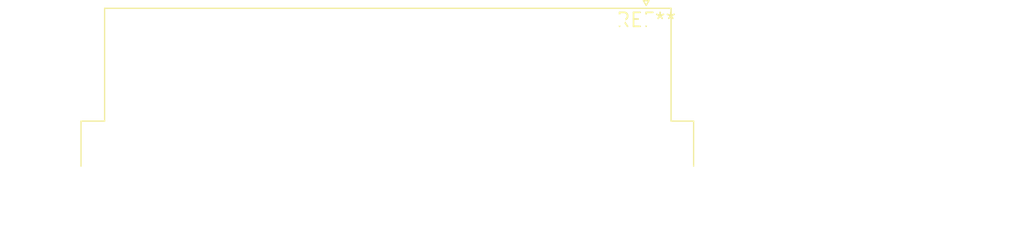
<source format=kicad_pcb>
(kicad_pcb (version 20240108) (generator pcbnew)
  (layers (0 "F.Cu" signal) (31 "B.Cu" signal) (34 "B.Paste" user) (35 "F.Paste" user) (36 "B.SilkS" user "B.Silkscreen") (37 "F.SilkS" user "F.Silkscreen") (38 "B.Mask" user) (39 "F.Mask" user) (44 "Edge.Cuts" user))
  (net 0 "")
  (footprint "DSUB-62-HD_Female_Horizontal_P2.41x1.98mm_EdgePinOffset9.40mm" (layer "F.Cu") (at 0 0)
    (property "Reference" "REF**")
    (property "Value" "DSUB-62-HD_Female_Horizontal_P2.41x1.98mm_EdgePinOffset9.40mm")
    (fp_line (start -51.405 9.2) (end -49.26 9.2) (layer "F.SilkS") (stroke (width 0.12)))
    (fp_line (start -51.405 13.3) (end -51.405 9.2) (layer "F.SilkS") (stroke (width 0.12)))
    (fp_line (start -49.26 -1.06) (end 2.265 -1.06) (layer "F.SilkS") (stroke (width 0.12)))
    (fp_line (start -49.26 9.2) (end -49.26 -1.06) (layer "F.SilkS") (stroke (width 0.12)))
    (fp_line (start -0.25 -1.754338) (end 0.25 -1.754338) (layer "F.SilkS") (stroke (width 0.12)))
    (fp_line (start 0 -1.321325) (end -0.25 -1.754338) (layer "F.SilkS") (stroke (width 0.12)))
    (fp_line (start 0.25 -1.754338) (end 0 -1.321325) (layer "F.SilkS") (stroke (width 0.12)))
    (fp_line (start 2.265 -1.06) (end 2.265 9.2) (layer "F.SilkS") (stroke (width 0.12)))
    (fp_line (start 2.265 9.2) (end 4.315 9.2) (layer "F.SilkS") (stroke (width 0.12)))
    (fp_line (start 4.315 9.2) (end 4.315 13.3) (layer "F.SilkS") (stroke (width 0.12)))
    (pad "1" thru_hole rect (at 0 0) (size 1.6 1.6) (drill 1) (layers *.Cu *.Mask) (remove_unused_layers))
    (pad "2" thru_hole circle (at -2.41 0) (size 1.6 1.6) (drill 1) (layers *.Cu *.Mask) (remove_unused_layers))
    (pad "3" thru_hole circle (at -4.82 0) (size 1.6 1.6) (drill 1) (layers *.Cu *.Mask) (remove_unused_layers))
    (pad "4" thru_hole circle (at -7.23 0) (size 1.6 1.6) (drill 1) (layers *.Cu *.Mask) (remove_unused_layers))
    (pad "5" thru_hole circle (at -9.64 0) (size 1.6 1.6) (drill 1) (layers *.Cu *.Mask) (remove_unused_layers))
    (pad "6" thru_hole circle (at -12.05 0) (size 1.6 1.6) (drill 1) (layers *.Cu *.Mask) (remove_unused_layers))
    (pad "7" thru_hole circle (at -14.46 0) (size 1.6 1.6) (drill 1) (layers *.Cu *.Mask) (remove_unused_layers))
    (pad "8" thru_hole circle (at -16.87 0) (size 1.6 1.6) (drill 1) (layers *.Cu *.Mask) (remove_unused_layers))
    (pad "9" thru_hole circle (at -19.28 0) (size 1.6 1.6) (drill 1) (layers *.Cu *.Mask) (remove_unused_layers))
    (pad "10" thru_hole circle (at -21.69 0) (size 1.6 1.6) (drill 1) (layers *.Cu *.Mask) (remove_unused_layers))
    (pad "11" thru_hole circle (at -24.1 0) (size 1.6 1.6) (drill 1) (layers *.Cu *.Mask) (remove_unused_layers))
    (pad "12" thru_hole circle (at -26.51 0) (size 1.6 1.6) (drill 1) (layers *.Cu *.Mask) (remove_unused_layers))
    (pad "13" thru_hole circle (at -28.92 0) (size 1.6 1.6) (drill 1) (layers *.Cu *.Mask) (remove_unused_layers))
    (pad "14" thru_hole circle (at -31.33 0) (size 1.6 1.6) (drill 1) (layers *.Cu *.Mask) (remove_unused_layers))
    (pad "15" thru_hole circle (at -33.74 0) (size 1.6 1.6) (drill 1) (layers *.Cu *.Mask) (remove_unused_layers))
    (pad "16" thru_hole circle (at -36.15 0) (size 1.6 1.6) (drill 1) (layers *.Cu *.Mask) (remove_unused_layers))
    (pad "17" thru_hole circle (at -38.56 0) (size 1.6 1.6) (drill 1) (layers *.Cu *.Mask) (remove_unused_layers))
    (pad "18" thru_hole circle (at -40.97 0) (size 1.6 1.6) (drill 1) (layers *.Cu *.Mask) (remove_unused_layers))
    (pad "19" thru_hole circle (at -43.38 0) (size 1.6 1.6) (drill 1) (layers *.Cu *.Mask) (remove_unused_layers))
    (pad "20" thru_hole circle (at -45.79 0) (size 1.6 1.6) (drill 1) (layers *.Cu *.Mask) (remove_unused_layers))
    (pad "21" thru_hole circle (at -48.2 0) (size 1.6 1.6) (drill 1) (layers *.Cu *.Mask) (remove_unused_layers))
    (pad "22" thru_hole circle (at 1.205 1.98) (size 1.6 1.6) (drill 1) (layers *.Cu *.Mask) (remove_unused_layers))
    (pad "23" thru_hole circle (at -1.205 1.98) (size 1.6 1.6) (drill 1) (layers *.Cu *.Mask) (remove_unused_layers))
    (pad "24" thru_hole circle (at -3.615 1.98) (size 1.6 1.6) (drill 1) (layers *.Cu *.Mask) (remove_unused_layers))
    (pad "25" thru_hole circle (at -6.025 1.98) (size 1.6 1.6) (drill 1) (layers *.Cu *.Mask) (remove_unused_layers))
    (pad "26" thru_hole circle (at -8.435 1.98) (size 1.6 1.6) (drill 1) (layers *.Cu *.Mask) (remove_unused_layers))
    (pad "27" thru_hole circle (at -10.845 1.98) (size 1.6 1.6) (drill 1) (layers *.Cu *.Mask) (remove_unused_layers))
    (pad "28" thru_hole circle (at -13.255 1.98) (size 1.6 1.6) (drill 1) (layers *.Cu *.Mask) (remove_unused_layers))
    (pad "29" thru_hole circle (at -15.665 1.98) (size 1.6 1.6) (drill 1) (layers *.Cu *.Mask) (remove_unused_layers))
    (pad "30" thru_hole circle (at -18.075 1.98) (size 1.6 1.6) (drill 1) (layers *.Cu *.Mask) (remove_unused_layers))
    (pad "31" thru_hole circle (at -20.485 1.98) (size 1.6 1.6) (drill 1) (layers *.Cu *.Mask) (remove_unused_layers))
    (pad "32" thru_hole circle (at -22.895 1.98) (size 1.6 1.6) (drill 1) (layers *.Cu *.Mask) (remove_unused_layers))
    (pad "33" thru_hole circle (at -25.305 1.98) (size 1.6 1.6) (drill 1) (layers *.Cu *.Mask) (remove_unused_layers))
    (pad "34" thru_hole circle (at -27.715 1.98) (size 1.6 1.6) (drill 1) (layers *.Cu *.Mask) (remove_unused_layers))
    (pad "35" thru_hole circle (at -30.125 1.98) (size 1.6 1.6) (drill 1) (layers *.Cu *.Mask) (remove_unused_layers))
    (pad "36" thru_hole circle (at -32.535 1.98) (size 1.6 1.6) (drill 1) (layers *.Cu *.Mask) (remove_unused_layers))
    (pad "37" thru_hole circle (at -34.945 1.98) (size 1.6 1.6) (drill 1) (layers *.Cu *.Mask) (remove_unused_layers))
    (pad "38" thru_hole circle (at -37.355 1.98) (size 1.6 1.6) (drill 1) (layers *.Cu *.Mask) (remove_unused_layers))
    (pad "39" thru_hole circle (at -39.765 1.98) (size 1.6 1.6) (drill 1) (layers *.Cu *.Mask) (remove_unused_layers))
    (pad "40" thru_hole circle (at -42.175 1.98) (size 1.6 1.6) (drill 1) (layers *.Cu *.Mask) (remove_unused_layers))
    (pad "41" thru_hole circle (at -44.585 1.98) (size 1.6 1.6) (drill 1) (layers *.Cu *.Mask) (remove_unused_layers))
    (pad "42" thru_hole circle (at -46.995 1.98) (size 1.6 1.6) (drill 1) (layers *.Cu *.Mask) (remove_unused_layers))
    (pad "43" thru_hole circle (at 0 3.96) (size 1.6 1.6) (drill 1) (layers *.Cu *.Mask) (remove_unused_layers))
    (pad "44" thru_hole circle (at -2.41 3.96) (size 1.6 1.6) (drill 1) (layers *.Cu *.Mask) (remove_unused_layers))
    (pad "45" thru_hole circle (at -4.82 3.96) (size 1.6 1.6) (drill 1) (layers *.Cu *.Mask) (remove_unused_layers))
    (pad "46" thru_hole circle (at -7.23 3.96) (size 1.6 1.6) (drill 1) (layers *.Cu *.Mask) (remove_unused_layers))
    (pad "47" thru_hole circle (at -9.64 3.96) (size 1.6 1.6) (drill 1) (layers *.Cu *.Mask) (remove_unused_layers))
    (pad "48" thru_hole circle (at -12.05 3.96) (size 1.6 1.6) (drill 1) (layers *.Cu *.Mask) (remove_unused_layers))
    (pad "49" thru_hole circle (at -14.46 3.96) (size 1.6 1.6) (drill 1) (layers *.Cu *.Mask) (remove_unused_layers))
    (pad "50" thru_hole circle (at -16.87 3.96) (size 1.6 1.6) (drill 1) (layers *.Cu *.Mask) (remove_unused_layers))
    (pad "51" thru_hole circle (at -19.28 3.96) (size 1.6 1.6) (drill 1) (layers *.Cu *.Mask) (remove_unused_layers))
    (pad "52" thru_hole circle (at -21.69 3.96) (size 1.6 1.6) (drill 1) (layers *.Cu *.Mask) (remove_unused_layers))
    (pad "53" thru_hole circle (at -24.1 3.96) (size 1.6 1.6) (drill 1) (layers *.Cu *.Mask) (remove_unused_layers))
    (pad "54" thru_hole circle (at -26.51 3.96) (size 1.6 1.6) (drill 1) (layers *.Cu *.Mask) (remove_unused_layers))
    (pad "55" thru_hole circle (at -28.92 3.96) (size 1.6 1.6) (drill 1) (layers *.Cu *.Mask) (remove_unused_layers))
    (pad "56" thru_hole circle (at -31.33 3.96) (size 1.6 1.6) (drill 1) (layers *.Cu *.Mask) (remove_unused_layers))
    (pad "57" thru_hole circle (at -33.74 3.96) (size 1.6 1.6) (drill 1) (layers *.Cu *.Mask) (remove_unused_layers))
    (pad "58" thru_hole circle (at -36.15 3.96) (size 1.6 1.6) (drill 1) (layers *.Cu *.Mask) (remove_unused_layers))
    (pad "59" thru_hole circle (at -38.56 3.96) (size 1.6 1.6) (drill 1) (layers *.Cu *.Mask) (remove_unused_layers))
    (pad "60" thru_hole circle (at -40.97 3.96) (size 1.6 1.6) (drill 1) (layers *.Cu *.Mask) (remove_unused_layers))
    (pad "61" thru_hole circle (at -43.38 3.96) (size 1.6 1.6) (drill 1) (layers *.Cu *.Mask) (remove_unused_layers))
    (pad "62" thru_hole circle (at -45.79 3.96) (size 1.6 1.6) (drill 1) (layers *.Cu *.Mask) (remove_unused_layers))
  )
)
</source>
